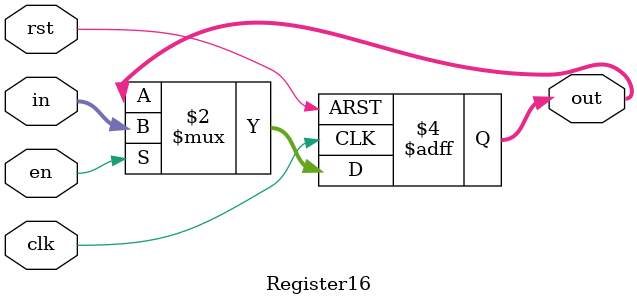
<source format=v>
module Register16 (
    input             clk, rst, en,
    input      [15:0] in,
    output reg [15:0] out
);
    always @(posedge clk or posedge rst) begin
        if (rst) out <= 0;
        else if (en) out <= in;
    end
endmodule
</source>
